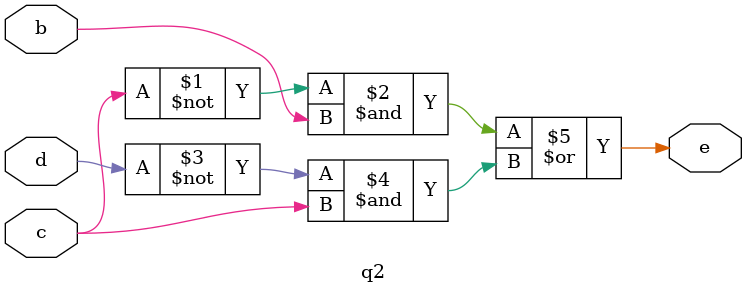
<source format=v>
module q2(b,c,d,e);
input c,b,d;
output e;
assign e=(((~c)&b)|((~d)&c));
endmodule

</source>
